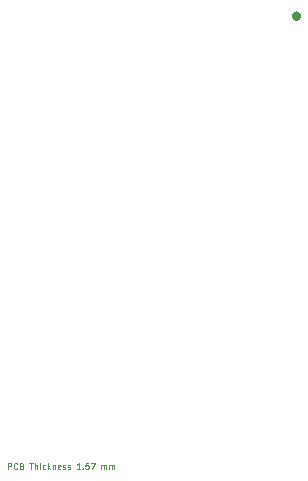
<source format=gbr>
%TF.GenerationSoftware,KiCad,Pcbnew,8.0.0*%
%TF.CreationDate,2024-03-11T20:36:25+10:00*%
%TF.ProjectId,PCIeDMA,50434965-444d-4412-9e6b-696361645f70,1*%
%TF.SameCoordinates,Original*%
%TF.FileFunction,Other,Comment*%
%FSLAX46Y46*%
G04 Gerber Fmt 4.6, Leading zero omitted, Abs format (unit mm)*
G04 Created by KiCad (PCBNEW 8.0.0) date 2024-03-11 20:36:25*
%MOMM*%
%LPD*%
G01*
G04 APERTURE LIST*
%ADD10C,0.100000*%
%ADD11C,0.400000*%
G04 APERTURE END LIST*
D10*
X46150001Y-68476109D02*
X46150001Y-67976109D01*
X46150001Y-67976109D02*
X46340477Y-67976109D01*
X46340477Y-67976109D02*
X46388096Y-67999919D01*
X46388096Y-67999919D02*
X46411906Y-68023728D01*
X46411906Y-68023728D02*
X46435715Y-68071347D01*
X46435715Y-68071347D02*
X46435715Y-68142776D01*
X46435715Y-68142776D02*
X46411906Y-68190395D01*
X46411906Y-68190395D02*
X46388096Y-68214204D01*
X46388096Y-68214204D02*
X46340477Y-68238014D01*
X46340477Y-68238014D02*
X46150001Y-68238014D01*
X46935715Y-68428490D02*
X46911906Y-68452300D01*
X46911906Y-68452300D02*
X46840477Y-68476109D01*
X46840477Y-68476109D02*
X46792858Y-68476109D01*
X46792858Y-68476109D02*
X46721430Y-68452300D01*
X46721430Y-68452300D02*
X46673811Y-68404680D01*
X46673811Y-68404680D02*
X46650001Y-68357061D01*
X46650001Y-68357061D02*
X46626192Y-68261823D01*
X46626192Y-68261823D02*
X46626192Y-68190395D01*
X46626192Y-68190395D02*
X46650001Y-68095157D01*
X46650001Y-68095157D02*
X46673811Y-68047538D01*
X46673811Y-68047538D02*
X46721430Y-67999919D01*
X46721430Y-67999919D02*
X46792858Y-67976109D01*
X46792858Y-67976109D02*
X46840477Y-67976109D01*
X46840477Y-67976109D02*
X46911906Y-67999919D01*
X46911906Y-67999919D02*
X46935715Y-68023728D01*
X47316668Y-68214204D02*
X47388096Y-68238014D01*
X47388096Y-68238014D02*
X47411906Y-68261823D01*
X47411906Y-68261823D02*
X47435715Y-68309442D01*
X47435715Y-68309442D02*
X47435715Y-68380871D01*
X47435715Y-68380871D02*
X47411906Y-68428490D01*
X47411906Y-68428490D02*
X47388096Y-68452300D01*
X47388096Y-68452300D02*
X47340477Y-68476109D01*
X47340477Y-68476109D02*
X47150001Y-68476109D01*
X47150001Y-68476109D02*
X47150001Y-67976109D01*
X47150001Y-67976109D02*
X47316668Y-67976109D01*
X47316668Y-67976109D02*
X47364287Y-67999919D01*
X47364287Y-67999919D02*
X47388096Y-68023728D01*
X47388096Y-68023728D02*
X47411906Y-68071347D01*
X47411906Y-68071347D02*
X47411906Y-68118966D01*
X47411906Y-68118966D02*
X47388096Y-68166585D01*
X47388096Y-68166585D02*
X47364287Y-68190395D01*
X47364287Y-68190395D02*
X47316668Y-68214204D01*
X47316668Y-68214204D02*
X47150001Y-68214204D01*
X47959525Y-67976109D02*
X48245239Y-67976109D01*
X48102382Y-68476109D02*
X48102382Y-67976109D01*
X48411905Y-68476109D02*
X48411905Y-67976109D01*
X48626191Y-68476109D02*
X48626191Y-68214204D01*
X48626191Y-68214204D02*
X48602381Y-68166585D01*
X48602381Y-68166585D02*
X48554762Y-68142776D01*
X48554762Y-68142776D02*
X48483334Y-68142776D01*
X48483334Y-68142776D02*
X48435715Y-68166585D01*
X48435715Y-68166585D02*
X48411905Y-68190395D01*
X48864286Y-68476109D02*
X48864286Y-68142776D01*
X48864286Y-67976109D02*
X48840477Y-67999919D01*
X48840477Y-67999919D02*
X48864286Y-68023728D01*
X48864286Y-68023728D02*
X48888096Y-67999919D01*
X48888096Y-67999919D02*
X48864286Y-67976109D01*
X48864286Y-67976109D02*
X48864286Y-68023728D01*
X49316667Y-68452300D02*
X49269048Y-68476109D01*
X49269048Y-68476109D02*
X49173810Y-68476109D01*
X49173810Y-68476109D02*
X49126191Y-68452300D01*
X49126191Y-68452300D02*
X49102381Y-68428490D01*
X49102381Y-68428490D02*
X49078572Y-68380871D01*
X49078572Y-68380871D02*
X49078572Y-68238014D01*
X49078572Y-68238014D02*
X49102381Y-68190395D01*
X49102381Y-68190395D02*
X49126191Y-68166585D01*
X49126191Y-68166585D02*
X49173810Y-68142776D01*
X49173810Y-68142776D02*
X49269048Y-68142776D01*
X49269048Y-68142776D02*
X49316667Y-68166585D01*
X49530952Y-68476109D02*
X49530952Y-67976109D01*
X49578571Y-68285633D02*
X49721428Y-68476109D01*
X49721428Y-68142776D02*
X49530952Y-68333252D01*
X49935714Y-68142776D02*
X49935714Y-68476109D01*
X49935714Y-68190395D02*
X49959524Y-68166585D01*
X49959524Y-68166585D02*
X50007143Y-68142776D01*
X50007143Y-68142776D02*
X50078571Y-68142776D01*
X50078571Y-68142776D02*
X50126190Y-68166585D01*
X50126190Y-68166585D02*
X50150000Y-68214204D01*
X50150000Y-68214204D02*
X50150000Y-68476109D01*
X50578571Y-68452300D02*
X50530952Y-68476109D01*
X50530952Y-68476109D02*
X50435714Y-68476109D01*
X50435714Y-68476109D02*
X50388095Y-68452300D01*
X50388095Y-68452300D02*
X50364286Y-68404680D01*
X50364286Y-68404680D02*
X50364286Y-68214204D01*
X50364286Y-68214204D02*
X50388095Y-68166585D01*
X50388095Y-68166585D02*
X50435714Y-68142776D01*
X50435714Y-68142776D02*
X50530952Y-68142776D01*
X50530952Y-68142776D02*
X50578571Y-68166585D01*
X50578571Y-68166585D02*
X50602381Y-68214204D01*
X50602381Y-68214204D02*
X50602381Y-68261823D01*
X50602381Y-68261823D02*
X50364286Y-68309442D01*
X50792857Y-68452300D02*
X50840476Y-68476109D01*
X50840476Y-68476109D02*
X50935714Y-68476109D01*
X50935714Y-68476109D02*
X50983333Y-68452300D01*
X50983333Y-68452300D02*
X51007142Y-68404680D01*
X51007142Y-68404680D02*
X51007142Y-68380871D01*
X51007142Y-68380871D02*
X50983333Y-68333252D01*
X50983333Y-68333252D02*
X50935714Y-68309442D01*
X50935714Y-68309442D02*
X50864285Y-68309442D01*
X50864285Y-68309442D02*
X50816666Y-68285633D01*
X50816666Y-68285633D02*
X50792857Y-68238014D01*
X50792857Y-68238014D02*
X50792857Y-68214204D01*
X50792857Y-68214204D02*
X50816666Y-68166585D01*
X50816666Y-68166585D02*
X50864285Y-68142776D01*
X50864285Y-68142776D02*
X50935714Y-68142776D01*
X50935714Y-68142776D02*
X50983333Y-68166585D01*
X51197619Y-68452300D02*
X51245238Y-68476109D01*
X51245238Y-68476109D02*
X51340476Y-68476109D01*
X51340476Y-68476109D02*
X51388095Y-68452300D01*
X51388095Y-68452300D02*
X51411904Y-68404680D01*
X51411904Y-68404680D02*
X51411904Y-68380871D01*
X51411904Y-68380871D02*
X51388095Y-68333252D01*
X51388095Y-68333252D02*
X51340476Y-68309442D01*
X51340476Y-68309442D02*
X51269047Y-68309442D01*
X51269047Y-68309442D02*
X51221428Y-68285633D01*
X51221428Y-68285633D02*
X51197619Y-68238014D01*
X51197619Y-68238014D02*
X51197619Y-68214204D01*
X51197619Y-68214204D02*
X51221428Y-68166585D01*
X51221428Y-68166585D02*
X51269047Y-68142776D01*
X51269047Y-68142776D02*
X51340476Y-68142776D01*
X51340476Y-68142776D02*
X51388095Y-68166585D01*
X52269047Y-68476109D02*
X51983333Y-68476109D01*
X52126190Y-68476109D02*
X52126190Y-67976109D01*
X52126190Y-67976109D02*
X52078571Y-68047538D01*
X52078571Y-68047538D02*
X52030952Y-68095157D01*
X52030952Y-68095157D02*
X51983333Y-68118966D01*
X52483332Y-68428490D02*
X52507142Y-68452300D01*
X52507142Y-68452300D02*
X52483332Y-68476109D01*
X52483332Y-68476109D02*
X52459523Y-68452300D01*
X52459523Y-68452300D02*
X52483332Y-68428490D01*
X52483332Y-68428490D02*
X52483332Y-68476109D01*
X52959522Y-67976109D02*
X52721427Y-67976109D01*
X52721427Y-67976109D02*
X52697618Y-68214204D01*
X52697618Y-68214204D02*
X52721427Y-68190395D01*
X52721427Y-68190395D02*
X52769046Y-68166585D01*
X52769046Y-68166585D02*
X52888094Y-68166585D01*
X52888094Y-68166585D02*
X52935713Y-68190395D01*
X52935713Y-68190395D02*
X52959522Y-68214204D01*
X52959522Y-68214204D02*
X52983332Y-68261823D01*
X52983332Y-68261823D02*
X52983332Y-68380871D01*
X52983332Y-68380871D02*
X52959522Y-68428490D01*
X52959522Y-68428490D02*
X52935713Y-68452300D01*
X52935713Y-68452300D02*
X52888094Y-68476109D01*
X52888094Y-68476109D02*
X52769046Y-68476109D01*
X52769046Y-68476109D02*
X52721427Y-68452300D01*
X52721427Y-68452300D02*
X52697618Y-68428490D01*
X53149998Y-67976109D02*
X53483331Y-67976109D01*
X53483331Y-67976109D02*
X53269046Y-68476109D01*
X54054759Y-68476109D02*
X54054759Y-68142776D01*
X54054759Y-68190395D02*
X54078569Y-68166585D01*
X54078569Y-68166585D02*
X54126188Y-68142776D01*
X54126188Y-68142776D02*
X54197616Y-68142776D01*
X54197616Y-68142776D02*
X54245235Y-68166585D01*
X54245235Y-68166585D02*
X54269045Y-68214204D01*
X54269045Y-68214204D02*
X54269045Y-68476109D01*
X54269045Y-68214204D02*
X54292854Y-68166585D01*
X54292854Y-68166585D02*
X54340473Y-68142776D01*
X54340473Y-68142776D02*
X54411902Y-68142776D01*
X54411902Y-68142776D02*
X54459521Y-68166585D01*
X54459521Y-68166585D02*
X54483331Y-68214204D01*
X54483331Y-68214204D02*
X54483331Y-68476109D01*
X54721426Y-68476109D02*
X54721426Y-68142776D01*
X54721426Y-68190395D02*
X54745236Y-68166585D01*
X54745236Y-68166585D02*
X54792855Y-68142776D01*
X54792855Y-68142776D02*
X54864283Y-68142776D01*
X54864283Y-68142776D02*
X54911902Y-68166585D01*
X54911902Y-68166585D02*
X54935712Y-68214204D01*
X54935712Y-68214204D02*
X54935712Y-68476109D01*
X54935712Y-68214204D02*
X54959521Y-68166585D01*
X54959521Y-68166585D02*
X55007140Y-68142776D01*
X55007140Y-68142776D02*
X55078569Y-68142776D01*
X55078569Y-68142776D02*
X55126188Y-68166585D01*
X55126188Y-68166585D02*
X55149998Y-68214204D01*
X55149998Y-68214204D02*
X55149998Y-68476109D01*
D11*
%TO.C,U13*%
X70780000Y-30150000D02*
G75*
G02*
X70380000Y-30150000I-200000J0D01*
G01*
X70380000Y-30150000D02*
G75*
G02*
X70780000Y-30150000I200000J0D01*
G01*
%TD*%
M02*

</source>
